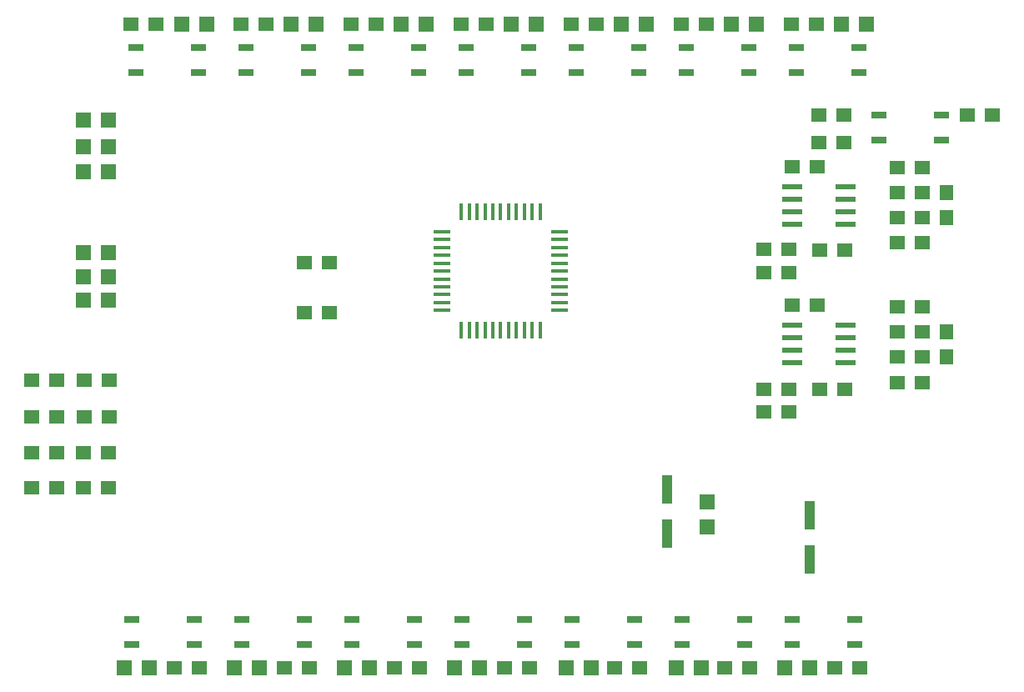
<source format=gtp>
%FSLAX23Y23*%
%MOIN*%
G70*
G01*
G75*
G04 Layer_Color=8421504*
%ADD10R,0.060X0.056*%
%ADD11R,0.018X0.071*%
%ADD12R,0.071X0.018*%
%ADD13R,0.059X0.059*%
%ADD14R,0.063X0.026*%
%ADD15R,0.059X0.059*%
%ADD16R,0.039X0.118*%
%ADD17R,0.056X0.060*%
%ADD18R,0.081X0.024*%
%ADD19C,0.020*%
%ADD20C,0.015*%
%ADD21C,0.050*%
%ADD22C,0.040*%
%ADD23C,0.030*%
%ADD24R,0.055X0.165*%
%ADD25R,0.165X0.055*%
%ADD26R,0.150X0.050*%
%ADD27C,0.070*%
%ADD28R,0.070X0.070*%
%ADD29R,0.070X0.070*%
%ADD30C,0.100*%
%ADD31R,0.100X0.100*%
%ADD32C,0.295*%
%ADD33C,0.085*%
%ADD34C,0.050*%
%ADD35R,0.063X0.063*%
%ADD36C,0.100*%
%ADD37C,0.080*%
%ADD38C,0.010*%
%ADD39C,0.005*%
%ADD40C,0.008*%
%ADD41C,0.007*%
%ADD42R,0.020X0.050*%
%ADD43R,0.022X0.022*%
%ADD44R,0.018X0.022*%
%ADD45R,0.036X0.064*%
%ADD46R,0.080X0.065*%
%ADD47R,0.306X0.056*%
%ADD48R,0.050X0.020*%
D10*
X11210Y6225D02*
D03*
X11110D02*
D03*
X10770D02*
D03*
X10670D02*
D03*
X10330D02*
D03*
X10230D02*
D03*
X9890D02*
D03*
X9790D02*
D03*
X9450D02*
D03*
X9350D02*
D03*
X11640Y8435D02*
D03*
X11740D02*
D03*
X8570Y6225D02*
D03*
X8470D02*
D03*
X10925Y7340D02*
D03*
X10825D02*
D03*
X10925Y7250D02*
D03*
X10825D02*
D03*
X11145Y8435D02*
D03*
X11045D02*
D03*
X9175Y8800D02*
D03*
X9275D02*
D03*
X9615D02*
D03*
X9715D02*
D03*
X10055D02*
D03*
X10155D02*
D03*
X10495D02*
D03*
X10595D02*
D03*
X8295D02*
D03*
X8395D02*
D03*
X8735D02*
D03*
X8835D02*
D03*
X10935D02*
D03*
X11035D02*
D03*
X7900Y6945D02*
D03*
X8000D02*
D03*
X7900Y7085D02*
D03*
X8000D02*
D03*
X8110Y7375D02*
D03*
X8210D02*
D03*
X8110Y7230D02*
D03*
X8210D02*
D03*
X8105Y7085D02*
D03*
X8205D02*
D03*
X8105Y6945D02*
D03*
X8205D02*
D03*
X7900Y7375D02*
D03*
X8000D02*
D03*
X7900Y7230D02*
D03*
X8000D02*
D03*
X8990Y7845D02*
D03*
X9090D02*
D03*
X8990Y7645D02*
D03*
X9090D02*
D03*
X11150Y7340D02*
D03*
X11050D02*
D03*
X11360Y7365D02*
D03*
X11460D02*
D03*
Y7470D02*
D03*
X11360D02*
D03*
X11460Y7570D02*
D03*
X11360D02*
D03*
X11460Y7670D02*
D03*
X11360D02*
D03*
X11040Y7675D02*
D03*
X10940D02*
D03*
X10925Y7805D02*
D03*
X10825D02*
D03*
X10925Y7900D02*
D03*
X10825D02*
D03*
X11150Y7895D02*
D03*
X11050D02*
D03*
X11360Y7925D02*
D03*
X11460D02*
D03*
Y8025D02*
D03*
X11360D02*
D03*
X11460Y8125D02*
D03*
X11360D02*
D03*
X11460Y8225D02*
D03*
X11360D02*
D03*
X11040Y8230D02*
D03*
X10940D02*
D03*
X11145Y8325D02*
D03*
X11045D02*
D03*
X9010Y6225D02*
D03*
X8910D02*
D03*
D11*
X9616Y7576D02*
D03*
X9648D02*
D03*
X9679D02*
D03*
X9711D02*
D03*
X9742D02*
D03*
X9774D02*
D03*
X9805D02*
D03*
X9837D02*
D03*
X9868D02*
D03*
X9900D02*
D03*
X9931D02*
D03*
X9616Y8049D02*
D03*
X9648D02*
D03*
X9679D02*
D03*
X9711D02*
D03*
X9742D02*
D03*
X9774D02*
D03*
X9805D02*
D03*
X9837D02*
D03*
X9868D02*
D03*
X9900D02*
D03*
X9931D02*
D03*
D12*
X9538Y7970D02*
D03*
Y7938D02*
D03*
Y7907D02*
D03*
Y7875D02*
D03*
Y7844D02*
D03*
Y7812D02*
D03*
Y7781D02*
D03*
Y7749D02*
D03*
Y7718D02*
D03*
Y7686D02*
D03*
Y7655D02*
D03*
X10010Y7970D02*
D03*
Y7938D02*
D03*
Y7907D02*
D03*
Y7875D02*
D03*
Y7844D02*
D03*
Y7812D02*
D03*
Y7781D02*
D03*
Y7749D02*
D03*
Y7718D02*
D03*
Y7686D02*
D03*
Y7655D02*
D03*
D13*
X9375Y8800D02*
D03*
X9475D02*
D03*
X9250Y6225D02*
D03*
X9150D02*
D03*
X10135D02*
D03*
X10035D02*
D03*
X9815Y8800D02*
D03*
X9915D02*
D03*
X8810Y6225D02*
D03*
X8710D02*
D03*
X10575D02*
D03*
X10475D02*
D03*
X10255Y8800D02*
D03*
X10355D02*
D03*
X11010Y6225D02*
D03*
X10910D02*
D03*
X10695Y8800D02*
D03*
X10795D02*
D03*
X8500D02*
D03*
X8600D02*
D03*
X9690Y6225D02*
D03*
X9590D02*
D03*
X8935Y8800D02*
D03*
X9035D02*
D03*
X8205Y7885D02*
D03*
X8105D02*
D03*
Y7790D02*
D03*
X8205D02*
D03*
X8105Y7695D02*
D03*
X8205D02*
D03*
Y8415D02*
D03*
X8105D02*
D03*
Y8310D02*
D03*
X8205D02*
D03*
X8105Y8210D02*
D03*
X8205D02*
D03*
X11135Y8800D02*
D03*
X11235D02*
D03*
X8370Y6225D02*
D03*
X8270D02*
D03*
D14*
X9445Y8605D02*
D03*
Y8705D02*
D03*
X9195D02*
D03*
Y8605D02*
D03*
X9005D02*
D03*
Y8705D02*
D03*
X8755D02*
D03*
Y8605D02*
D03*
X8565D02*
D03*
Y8705D02*
D03*
X8315D02*
D03*
Y8605D02*
D03*
X9885D02*
D03*
Y8705D02*
D03*
X9635D02*
D03*
Y8605D02*
D03*
X10325D02*
D03*
Y8705D02*
D03*
X10075D02*
D03*
Y8605D02*
D03*
X10765D02*
D03*
Y8705D02*
D03*
X10515D02*
D03*
Y8605D02*
D03*
X11205D02*
D03*
Y8705D02*
D03*
X10955D02*
D03*
Y8605D02*
D03*
X11285Y8435D02*
D03*
Y8335D02*
D03*
X11535D02*
D03*
Y8435D02*
D03*
X8300Y6420D02*
D03*
Y6320D02*
D03*
X8550D02*
D03*
Y6420D02*
D03*
X8740D02*
D03*
Y6320D02*
D03*
X8990D02*
D03*
Y6420D02*
D03*
X9180D02*
D03*
Y6320D02*
D03*
X9430D02*
D03*
Y6420D02*
D03*
X9620D02*
D03*
Y6320D02*
D03*
X9870D02*
D03*
Y6420D02*
D03*
X10060D02*
D03*
Y6320D02*
D03*
X10310D02*
D03*
Y6420D02*
D03*
X10500D02*
D03*
Y6320D02*
D03*
X10750D02*
D03*
Y6420D02*
D03*
X10940D02*
D03*
Y6320D02*
D03*
X11190D02*
D03*
Y6420D02*
D03*
D15*
X10600Y6790D02*
D03*
Y6890D02*
D03*
D16*
X10440Y6763D02*
D03*
Y6940D02*
D03*
X11010Y6837D02*
D03*
Y6660D02*
D03*
D17*
X11555Y7570D02*
D03*
Y7470D02*
D03*
Y8125D02*
D03*
Y8025D02*
D03*
D18*
X10940Y7595D02*
D03*
Y7545D02*
D03*
Y7495D02*
D03*
Y7445D02*
D03*
X11151Y7595D02*
D03*
Y7545D02*
D03*
Y7495D02*
D03*
Y7445D02*
D03*
X10940Y8150D02*
D03*
Y8100D02*
D03*
Y8050D02*
D03*
Y8000D02*
D03*
X11151Y8150D02*
D03*
Y8100D02*
D03*
Y8050D02*
D03*
Y8000D02*
D03*
M02*

</source>
